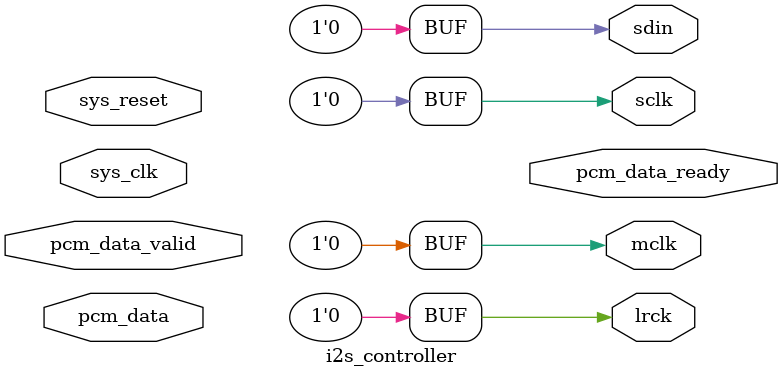
<source format=v>
`include "util.vh"

module i2s_controller #(
  parameter SYS_CLOCK_FREQ = 125_000_000,
  parameter LRCK_FREQ_HZ = 88_200,
  parameter MCLK_TO_LRCK_RATIO = 128,
  parameter BIT_DEPTH = 24
) (
  input sys_reset,
  input sys_clk,            // Source clock, from which others are derived

  input [BIT_DEPTH-1:0] pcm_data,
  input [1:0] pcm_data_valid,
  output reg [1:0] pcm_data_ready,

  // I2S control signals
  output mclk,              // Master clock for the I2S chip
  output sclk,
  output lrck,              // Left-right clock, which determines which channel each audio datum is sent to.
  output sdin               // Serial audio data.
);

  // USE YOUR IMPLEMENTATION FROM PREVIOUS LABS.

  assign sdin = 1'b0;
  assign sclk = 1'b0;
  assign mclk = 1'b0;
  assign lrck = 1'b0;

endmodule

</source>
